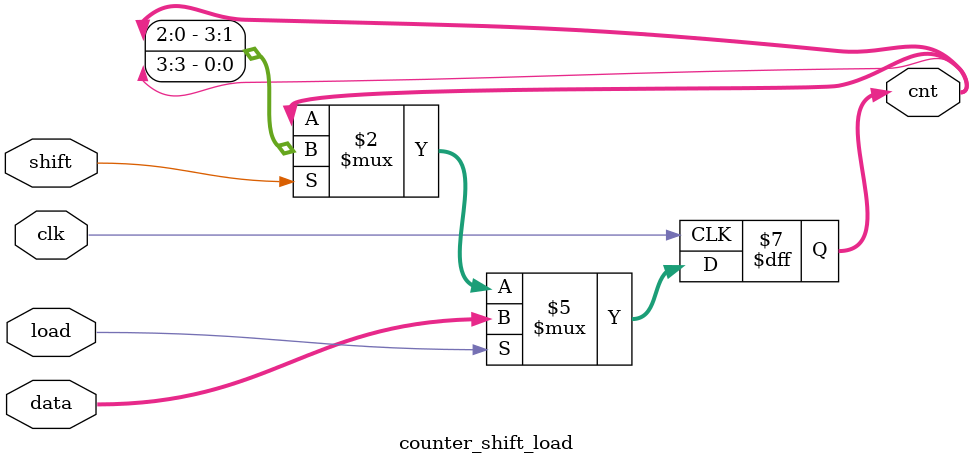
<source format=sv>
module counter_shift_load #(parameter WIDTH=4) (
    input clk, load, shift,
    input [WIDTH-1:0] data,
    output reg [WIDTH-1:0] cnt
);
always @(posedge clk) begin
    if (load) cnt <= data;
    else if (shift) cnt <= {cnt[WIDTH-2:0], cnt[WIDTH-1]};
end
endmodule
</source>
